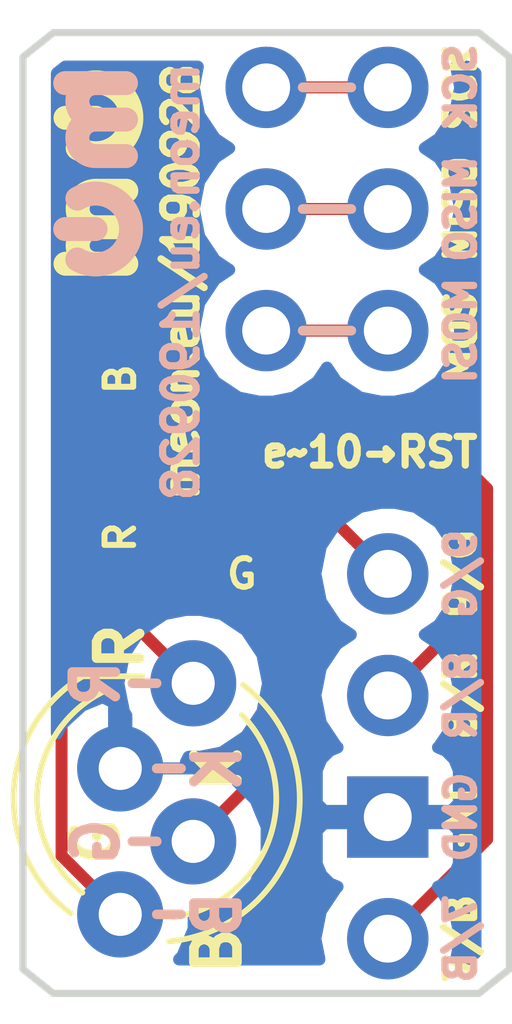
<source format=kicad_pcb>
(kicad_pcb (version 20171130) (host pcbnew 5.0.2+dfsg1-1)

  (general
    (thickness 1.6)
    (drawings 45)
    (tracks 33)
    (zones 0)
    (modules 7)
    (nets 11)
  )

  (page A4)
  (layers
    (0 F.Cu signal)
    (31 B.Cu signal)
    (32 B.Adhes user)
    (33 F.Adhes user)
    (34 B.Paste user)
    (35 F.Paste user)
    (36 B.SilkS user)
    (37 F.SilkS user)
    (38 B.Mask user)
    (39 F.Mask user)
    (40 Dwgs.User user)
    (41 Cmts.User user)
    (42 Eco1.User user)
    (43 Eco2.User user)
    (44 Edge.Cuts user)
    (45 Margin user)
    (46 B.CrtYd user)
    (47 F.CrtYd user)
    (48 B.Fab user)
    (49 F.Fab user hide)
  )

  (setup
    (last_trace_width 0.25)
    (trace_clearance 0.2)
    (zone_clearance 0.508)
    (zone_45_only no)
    (trace_min 0.2)
    (segment_width 0.2)
    (edge_width 0.15)
    (via_size 0.8)
    (via_drill 0.4)
    (via_min_size 0.4)
    (via_min_drill 0.3)
    (uvia_size 0.3)
    (uvia_drill 0.1)
    (uvias_allowed no)
    (uvia_min_size 0.2)
    (uvia_min_drill 0.1)
    (pcb_text_width 0.3)
    (pcb_text_size 1.5 1.5)
    (mod_edge_width 0.15)
    (mod_text_size 1 1)
    (mod_text_width 0.15)
    (pad_size 1.8 1.8)
    (pad_drill 0.9)
    (pad_to_mask_clearance 0.051)
    (solder_mask_min_width 0.25)
    (aux_axis_origin 0 0)
    (visible_elements FFFFFF7F)
    (pcbplotparams
      (layerselection 0x010fc_ffffffff)
      (usegerberextensions false)
      (usegerberattributes false)
      (usegerberadvancedattributes false)
      (creategerberjobfile false)
      (excludeedgelayer true)
      (linewidth 0.100000)
      (plotframeref false)
      (viasonmask false)
      (mode 1)
      (useauxorigin false)
      (hpglpennumber 1)
      (hpglpenspeed 20)
      (hpglpendiameter 15.000000)
      (psnegative false)
      (psa4output false)
      (plotreference true)
      (plotvalue true)
      (plotinvisibletext false)
      (padsonsilk false)
      (subtractmaskfromsilk false)
      (outputformat 1)
      (mirror false)
      (drillshape 1)
      (scaleselection 1)
      (outputdirectory ""))
  )

  (net 0 "")
  (net 1 B)
  (net 2 G)
  (net 3 GND)
  (net 4 R)
  (net 5 D9)
  (net 6 D8)
  (net 7 D7)
  (net 8 SCK-13)
  (net 9 MISO-12)
  (net 10 MOSI-11)

  (net_class Default "This is the default net class."
    (clearance 0.2)
    (trace_width 0.25)
    (via_dia 0.8)
    (via_drill 0.4)
    (uvia_dia 0.3)
    (uvia_drill 0.1)
    (add_net B)
    (add_net D7)
    (add_net D8)
    (add_net D9)
    (add_net G)
    (add_net GND)
    (add_net MISO-12)
    (add_net MOSI-11)
    (add_net R)
    (add_net SCK-13)
  )

  (module Connector_PinSocket_2.54mm:PinSocket_2x03_P2.54mm_Vertical_no_lines (layer F.Cu) (tedit 5D8FD0BD) (tstamp 5DAB70B0)
    (at 134.62 60.96)
    (descr "Through hole straight socket strip, 2x03, 2.54mm pitch, double cols (from Kicad 4.0.7), script generated")
    (tags "Through hole socket strip THT 2x03 2.54mm double row")
    (path /5D90640F)
    (fp_text reference J1 (at -1.27 -2.77) (layer F.SilkS) hide
      (effects (font (size 1 1) (thickness 0.15)))
    )
    (fp_text value Conn_02x03_SPI_RST (at -1.27 7.85) (layer F.Fab)
      (effects (font (size 1 1) (thickness 0.15)))
    )
    (fp_text user %R (at -1.27 2.54 90) (layer F.Fab)
      (effects (font (size 1 1) (thickness 0.15)))
    )
    (fp_line (start -4.34 6.85) (end -4.34 -1.8) (layer F.CrtYd) (width 0.05))
    (fp_line (start 1.76 6.85) (end -4.34 6.85) (layer F.CrtYd) (width 0.05))
    (fp_line (start 1.76 -1.8) (end 1.76 6.85) (layer F.CrtYd) (width 0.05))
    (fp_line (start -4.34 -1.8) (end 1.76 -1.8) (layer F.CrtYd) (width 0.05))
    (fp_line (start -3.81 6.35) (end -3.81 -1.27) (layer F.Fab) (width 0.1))
    (fp_line (start 1.27 6.35) (end -3.81 6.35) (layer F.Fab) (width 0.1))
    (fp_line (start 1.27 -0.27) (end 1.27 6.35) (layer F.Fab) (width 0.1))
    (fp_line (start 0.27 -1.27) (end 1.27 -0.27) (layer F.Fab) (width 0.1))
    (fp_line (start -3.81 -1.27) (end 0.27 -1.27) (layer F.Fab) (width 0.1))
    (pad 6 thru_hole oval (at -2.54 5.08) (size 1.7 1.7) (drill 1) (layers *.Cu *.Mask)
      (net 10 MOSI-11))
    (pad 5 thru_hole oval (at 0 5.08) (size 1.7 1.7) (drill 1) (layers *.Cu *.Mask)
      (net 10 MOSI-11))
    (pad 4 thru_hole oval (at -2.54 2.54) (size 1.7 1.7) (drill 1) (layers *.Cu *.Mask)
      (net 9 MISO-12))
    (pad 3 thru_hole oval (at 0 2.54) (size 1.7 1.7) (drill 1) (layers *.Cu *.Mask)
      (net 9 MISO-12))
    (pad 2 thru_hole oval (at -2.54 0) (size 1.7 1.7) (drill 1) (layers *.Cu *.Mask)
      (net 8 SCK-13))
    (pad 1 thru_hole oval (at 0 0) (size 1.7 1.7) (drill 1) (layers *.Cu *.Mask)
      (net 8 SCK-13))
    (model ${KISYS3DMOD}/Connector_PinSocket_2.54mm.3dshapes/PinSocket_2x03_P2.54mm_Vertical.wrl
      (at (xyz 0 0 0))
      (scale (xyz 1 1 1))
      (rotate (xyz 0 0 0))
    )
  )

  (module Connector_PinSocket_2.54mm:PinSocket_1x04_P2.54mm_Vertical_no_lines (layer F.Cu) (tedit 5D8F7939) (tstamp 5D9CD26F)
    (at 134.62 71.12)
    (descr "Through hole straight socket strip, 1x04, 2.54mm pitch, single row (from Kicad 4.0.7), script generated")
    (tags "Through hole socket strip THT 1x04 2.54mm single row")
    (path /5D8F5F1B)
    (fp_text reference J2 (at -2.286 0) (layer F.SilkS) hide
      (effects (font (size 1 1) (thickness 0.15)))
    )
    (fp_text value Conn_01x04_Prog (at 0 10.39) (layer F.Fab)
      (effects (font (size 1 1) (thickness 0.15)))
    )
    (fp_text user %R (at 0 3.81 90) (layer F.Fab)
      (effects (font (size 1 1) (thickness 0.15)))
    )
    (fp_line (start -1.8 9.4) (end -1.8 -1.8) (layer F.CrtYd) (width 0.05))
    (fp_line (start 1.75 9.4) (end -1.8 9.4) (layer F.CrtYd) (width 0.05))
    (fp_line (start 1.75 -1.8) (end 1.75 9.4) (layer F.CrtYd) (width 0.05))
    (fp_line (start -1.8 -1.8) (end 1.75 -1.8) (layer F.CrtYd) (width 0.05))
    (fp_line (start -1.27 8.89) (end -1.27 -1.27) (layer F.Fab) (width 0.1))
    (fp_line (start 1.27 8.89) (end -1.27 8.89) (layer F.Fab) (width 0.1))
    (fp_line (start 1.27 -0.635) (end 1.27 8.89) (layer F.Fab) (width 0.1))
    (fp_line (start 0.635 -1.27) (end 1.27 -0.635) (layer F.Fab) (width 0.1))
    (fp_line (start -1.27 -1.27) (end 0.635 -1.27) (layer F.Fab) (width 0.1))
    (pad 4 thru_hole oval (at 0 7.62) (size 1.7 1.7) (drill 1) (layers *.Cu *.Mask)
      (net 7 D7))
    (pad 3 thru_hole rect (at 0 5.08) (size 1.7 1.7) (drill 1) (layers *.Cu *.Mask)
      (net 3 GND))
    (pad 2 thru_hole oval (at 0 2.54) (size 1.7 1.7) (drill 1) (layers *.Cu *.Mask)
      (net 6 D8))
    (pad 1 thru_hole oval (at 0 0) (size 1.7 1.7) (drill 1) (layers *.Cu *.Mask)
      (net 5 D9))
    (model ${KISYS3DMOD}/Connector_PinSocket_2.54mm.3dshapes/PinSocket_1x04_P2.54mm_Vertical.wrl
      (at (xyz 0 0 0))
      (scale (xyz 1 1 1))
      (rotate (xyz 0 0 0))
    )
  )

  (module "Resistor_SMD (GitHub):R_0603_1608Metric_no_lines" (layer F.Cu) (tedit 5D8FD0EF) (tstamp 5D9CD668)
    (at 129.032 67.056 90)
    (descr "Resistor SMD 0603 (1608 Metric), square (rectangular) end terminal, IPC_7351 nominal, (Body size source: http://www.tortai-tech.com/upload/download/2011102023233369053.pdf), generated with kicad-footprint-generator")
    (tags resistor)
    (path /5D8FBE96)
    (attr smd)
    (fp_text reference R24 (at 0 -1.43 90) (layer F.SilkS) hide
      (effects (font (size 1 1) (thickness 0.15)))
    )
    (fp_text value B (at 0 0 90) (layer F.SilkS)
      (effects (font (size 0.6 0.6) (thickness 0.125)))
    )
    (fp_line (start -0.8 0.4) (end -0.8 -0.4) (layer F.Fab) (width 0.1))
    (fp_line (start -0.8 -0.4) (end 0.8 -0.4) (layer F.Fab) (width 0.1))
    (fp_line (start 0.8 -0.4) (end 0.8 0.4) (layer F.Fab) (width 0.1))
    (fp_line (start 0.8 0.4) (end -0.8 0.4) (layer F.Fab) (width 0.1))
    (fp_line (start -1.48 0.73) (end -1.48 -0.73) (layer F.CrtYd) (width 0.05))
    (fp_line (start -1.48 -0.73) (end 1.48 -0.73) (layer F.CrtYd) (width 0.05))
    (fp_line (start 1.48 -0.73) (end 1.48 0.73) (layer F.CrtYd) (width 0.05))
    (fp_line (start 1.48 0.73) (end -1.48 0.73) (layer F.CrtYd) (width 0.05))
    (fp_text user %R (at 0 0 90) (layer F.Fab)
      (effects (font (size 0.4 0.4) (thickness 0.06)))
    )
    (pad 1 smd roundrect (at -0.7875 0 90) (size 0.875 0.95) (layers F.Cu F.Paste F.Mask) (roundrect_rratio 0.25)
      (net 1 B))
    (pad 2 smd roundrect (at 0.7875 0 90) (size 0.875 0.95) (layers F.Cu F.Paste F.Mask) (roundrect_rratio 0.25)
      (net 7 D7))
    (model ${KISYS3DMOD}/Resistor_SMD.3dshapes/R_0603_1608Metric.wrl
      (at (xyz 0 0 0))
      (scale (xyz 1 1 1))
      (rotate (xyz 0 0 0))
    )
  )

  (module "Resistor_SMD (GitHub):R_0603_1608Metric_no_lines" (layer F.Cu) (tedit 5D8FD0E9) (tstamp 5D9CD280)
    (at 129.032 70.358 90)
    (descr "Resistor SMD 0603 (1608 Metric), square (rectangular) end terminal, IPC_7351 nominal, (Body size source: http://www.tortai-tech.com/upload/download/2011102023233369053.pdf), generated with kicad-footprint-generator")
    (tags resistor)
    (path /5D8FBD38)
    (attr smd)
    (fp_text reference R21 (at 0 -1.43 90) (layer F.SilkS) hide
      (effects (font (size 1 1) (thickness 0.15)))
    )
    (fp_text value R (at 0 0 90) (layer F.SilkS)
      (effects (font (size 0.6 0.6) (thickness 0.125)))
    )
    (fp_line (start -0.8 0.4) (end -0.8 -0.4) (layer F.Fab) (width 0.1))
    (fp_line (start -0.8 -0.4) (end 0.8 -0.4) (layer F.Fab) (width 0.1))
    (fp_line (start 0.8 -0.4) (end 0.8 0.4) (layer F.Fab) (width 0.1))
    (fp_line (start 0.8 0.4) (end -0.8 0.4) (layer F.Fab) (width 0.1))
    (fp_line (start -1.48 0.73) (end -1.48 -0.73) (layer F.CrtYd) (width 0.05))
    (fp_line (start -1.48 -0.73) (end 1.48 -0.73) (layer F.CrtYd) (width 0.05))
    (fp_line (start 1.48 -0.73) (end 1.48 0.73) (layer F.CrtYd) (width 0.05))
    (fp_line (start 1.48 0.73) (end -1.48 0.73) (layer F.CrtYd) (width 0.05))
    (fp_text user %R (at 0 0 90) (layer F.Fab)
      (effects (font (size 0.4 0.4) (thickness 0.06)))
    )
    (pad 1 smd roundrect (at -0.7875 0 90) (size 0.875 0.95) (layers F.Cu F.Paste F.Mask) (roundrect_rratio 0.25)
      (net 4 R))
    (pad 2 smd roundrect (at 0.7875 0 90) (size 0.875 0.95) (layers F.Cu F.Paste F.Mask) (roundrect_rratio 0.25)
      (net 6 D8))
    (model ${KISYS3DMOD}/Resistor_SMD.3dshapes/R_0603_1608Metric.wrl
      (at (xyz 0 0 0))
      (scale (xyz 1 1 1))
      (rotate (xyz 0 0 0))
    )
  )

  (module "Resistor_SMD (GitHub):R_0603_1608Metric_no_lines" (layer F.Cu) (tedit 5D8FD0E4) (tstamp 5D9CD58A)
    (at 131.572 71.12 180)
    (descr "Resistor SMD 0603 (1608 Metric), square (rectangular) end terminal, IPC_7351 nominal, (Body size source: http://www.tortai-tech.com/upload/download/2011102023233369053.pdf), generated with kicad-footprint-generator")
    (tags resistor)
    (path /5D8FBDC5)
    (attr smd)
    (fp_text reference R23 (at 0 -1.43 180) (layer F.SilkS) hide
      (effects (font (size 1 1) (thickness 0.15)))
    )
    (fp_text value G (at 0 0 180) (layer F.SilkS)
      (effects (font (size 0.6 0.6) (thickness 0.125)))
    )
    (fp_line (start -0.8 0.4) (end -0.8 -0.4) (layer F.Fab) (width 0.1))
    (fp_line (start -0.8 -0.4) (end 0.8 -0.4) (layer F.Fab) (width 0.1))
    (fp_line (start 0.8 -0.4) (end 0.8 0.4) (layer F.Fab) (width 0.1))
    (fp_line (start 0.8 0.4) (end -0.8 0.4) (layer F.Fab) (width 0.1))
    (fp_line (start -1.48 0.73) (end -1.48 -0.73) (layer F.CrtYd) (width 0.05))
    (fp_line (start -1.48 -0.73) (end 1.48 -0.73) (layer F.CrtYd) (width 0.05))
    (fp_line (start 1.48 -0.73) (end 1.48 0.73) (layer F.CrtYd) (width 0.05))
    (fp_line (start 1.48 0.73) (end -1.48 0.73) (layer F.CrtYd) (width 0.05))
    (fp_text user %R (at 0 0 180) (layer F.Fab)
      (effects (font (size 0.4 0.4) (thickness 0.06)))
    )
    (pad 1 smd roundrect (at -0.7875 0 180) (size 0.875 0.95) (layers F.Cu F.Paste F.Mask) (roundrect_rratio 0.25)
      (net 2 G))
    (pad 2 smd roundrect (at 0.7875 0 180) (size 0.875 0.95) (layers F.Cu F.Paste F.Mask) (roundrect_rratio 0.25)
      (net 5 D9))
    (model ${KISYS3DMOD}/Resistor_SMD.3dshapes/R_0603_1608Metric.wrl
      (at (xyz 0 0 0))
      (scale (xyz 1 1 1))
      (rotate (xyz 0 0 0))
    )
  )

  (module LED_THT:LED_D5.0mm-4_RGB_Staggered_Pins (layer F.Cu) (tedit 5D8F6C8A) (tstamp 5D9CD239)
    (at 130.556 73.406 270)
    (descr "LED, diameter 5.0mm, 2 pins, diameter 5.0mm, 3 pins, diameter 5.0mm, 4 pins, http://www.kingbright.com/attachments/file/psearch/000/00/00/L-154A4SUREQBFZGEW(Ver.9A).pdf")
    (tags "LED diameter 5.0mm 2 pins diameter 5.0mm 3 pins diameter 5.0mm 4 pins RGB RGBLED")
    (path /5D8F5FD8)
    (fp_text reference D2 (at 2.413 -3.198 270) (layer F.SilkS) hide
      (effects (font (size 1 1) (thickness 0.15)))
    )
    (fp_text value LED_RCGB (at 2.667 4.722 270) (layer F.Fab)
      (effects (font (size 1 1) (thickness 0.15)))
    )
    (fp_line (start -0.147 1.061188) (end -0.147 2.307) (layer F.SilkS) (width 0.12))
    (fp_line (start -0.087 -0.707694) (end -0.087 2.231694) (layer F.Fab) (width 0.1))
    (fp_circle (center 2.413 0.762) (end 4.913 0.762) (layer F.Fab) (width 0.1))
    (fp_arc (start 2.413 0.762) (end 0.158316 1.842) (angle -116) (layer F.SilkS) (width 0.12))
    (fp_arc (start 2.413 0.762) (end -0.147 2.30683) (angle -112) (layer F.SilkS) (width 0.12))
    (fp_arc (start 2.413 0.762) (end 0.028 -1.038) (angle 138) (layer F.SilkS) (width 0.12))
    (fp_arc (start 2.413 0.762) (end -0.087 -0.707694) (angle 299.1) (layer F.Fab) (width 0.1))
    (fp_arc (start 2.413 0.762) (end 0.660401 -1.015999) (angle 128) (layer F.SilkS) (width 0.12))
    (fp_text user %R (at 2.413 -3.198 270) (layer F.Fab) hide
      (effects (font (size 1 1) (thickness 0.15)))
    )
    (fp_line (start 5.84 -2.49) (end 5.84 4.01) (layer F.CrtYd) (width 0.05))
    (fp_line (start 5.84 4.01) (end -1.02 4.01) (layer F.CrtYd) (width 0.05))
    (fp_line (start -1.02 4.01) (end -1.02 -2.49) (layer F.CrtYd) (width 0.05))
    (fp_line (start -1.02 -2.49) (end 5.83 -2.49) (layer F.CrtYd) (width 0.05))
    (pad 4 thru_hole circle (at 4.826 1.524 270) (size 1.8 1.8) (drill 0.9) (layers *.Cu *.Mask)
      (net 1 B))
    (pad 3 thru_hole circle (at 3.302 0 270) (size 1.8 1.8) (drill 0.9) (layers *.Cu *.Mask)
      (net 2 G))
    (pad 2 thru_hole oval (at 1.778 1.524 270) (size 1.8 1.8) (drill 0.9) (layers *.Cu *.Mask)
      (net 3 GND))
    (pad 1 thru_hole oval (at 0 0 270) (size 1.8 1.8) (drill 0.9) (layers *.Cu *.Mask)
      (net 4 R))
    (model ${KISYS3DMOD}/LED_THT.3dshapes/LED_D5.0mm-4_RGB_Staggered_Pins.wrl
      (at (xyz 0 0 0))
      (scale (xyz 1 1 1))
      (rotate (xyz 0 0 0))
    )
  )

  (module meon:mo-logo-small (layer F.Cu) (tedit 5D22F870) (tstamp 5DA9AA18)
    (at 128.524 62.738 90)
    (fp_text reference REF** (at 0 2.286 90) (layer F.SilkS) hide
      (effects (font (size 1 1) (thickness 0.15)))
    )
    (fp_text value mo-logo-small (at 0 -2.159 90) (layer F.Fab) hide
      (effects (font (size 1 1) (thickness 0.15)))
    )
    (fp_arc (start 0.724298 -0.006762) (end 0.343298 -0.006762) (angle 180) (layer B.SilkS) (width 0.5))
    (fp_arc (start 1.486298 -0.006762) (end 1.105298 -0.006762) (angle 180) (layer B.SilkS) (width 0.5))
    (fp_line (start 1.105298 -0.006762) (end 1.105298 0.628238) (layer B.SilkS) (width 0.5))
    (fp_arc (start -1.180702 -0.006762) (end -0.545702 -0.387762) (angle 241.9275131) (layer B.SilkS) (width 0.5))
    (fp_line (start 1.867298 0.628238) (end 1.867298 -0.641762) (layer B.SilkS) (width 0.5))
    (fp_line (start -1.180702 -0.641762) (end -1.180702 -0.006762) (layer B.SilkS) (width 0.5))
    (fp_line (start 0.343298 -0.006762) (end 0.343298 0.628238) (layer B.SilkS) (width 0.5))
    (fp_line (start 1.143 -0.635) (end 1.143 0) (layer F.SilkS) (width 0.5))
    (fp_arc (start -0.762 0) (end -0.381 0) (angle -180) (layer F.SilkS) (width 0.5))
    (fp_arc (start 1.143 0) (end 0.508 -0.381) (angle -241.9275131) (layer F.SilkS) (width 0.5))
    (fp_arc (start -1.524 0) (end -1.143 0) (angle -180) (layer F.SilkS) (width 0.5))
    (fp_line (start -0.381 0) (end -0.381 0.635) (layer F.SilkS) (width 0.5))
    (fp_line (start -1.143 0) (end -1.143 0.635) (layer F.SilkS) (width 0.5))
    (fp_line (start -1.905 0.635) (end -1.905 -0.635) (layer F.SilkS) (width 0.5))
  )

  (gr_line (start 129.794 78.232) (end 130.302 78.232) (layer B.SilkS) (width 0.2) (tstamp 5DAB7AC3))
  (gr_line (start 129.286 73.406) (end 129.794 73.406) (layer B.SilkS) (width 0.2) (tstamp 5DAB7A96))
  (gr_line (start 129.794 75.184) (end 130.302 75.184) (layer B.SilkS) (width 0.2) (tstamp 5DAB7A4D))
  (gr_line (start 129.794 76.708) (end 129.286 76.708) (layer B.SilkS) (width 0.2) (tstamp 5DAB7A35))
  (gr_line (start 129.794 76.708) (end 129.286 76.708) (layer F.SilkS) (width 0.2))
  (gr_line (start 129.794 75.184) (end 130.302 75.184) (layer F.SilkS) (width 0.2))
  (gr_text e~~10→RST (at 134.239 68.58) (layer F.SilkS) (tstamp 5DAB7639)
    (effects (font (size 0.6 0.6) (thickness 0.15)))
  )
  (gr_text SCK (at 136.144 60.96 90) (layer B.SilkS) (tstamp 5DAB6D38)
    (effects (font (size 0.6 0.6) (thickness 0.15)) (justify mirror))
  )
  (gr_text MISO (at 136.144 63.5 90) (layer B.SilkS) (tstamp 5DAB6D34)
    (effects (font (size 0.6 0.6) (thickness 0.15)) (justify mirror))
  )
  (gr_text MOSI (at 136.144 66.04 90) (layer B.SilkS) (tstamp 5DAB6D30)
    (effects (font (size 0.6 0.6) (thickness 0.15)) (justify mirror))
  )
  (gr_text 9/G (at 136.144 71.12 90) (layer B.SilkS) (tstamp 5DAB6D25)
    (effects (font (size 0.6 0.6) (thickness 0.15)) (justify mirror))
  )
  (gr_text 8/R (at 136.144 73.66 90) (layer B.SilkS) (tstamp 5DAB6D0C)
    (effects (font (size 0.6 0.6) (thickness 0.15)) (justify mirror))
  )
  (gr_text GND (at 136.144 76.2 90) (layer B.SilkS) (tstamp 5DAB6CA9)
    (effects (font (size 0.6 0.6) (thickness 0.15)) (justify mirror))
  )
  (gr_text 7/B (at 136.144 78.74 90) (layer B.SilkS) (tstamp 5DAB6C94)
    (effects (font (size 0.6 0.6) (thickness 0.15)) (justify mirror))
  )
  (gr_line (start 132.842 66.04) (end 133.858 66.04) (layer B.SilkS) (width 0.2) (tstamp 5DAB66D2))
  (gr_line (start 132.842 66.04) (end 133.858 66.04) (layer F.SilkS) (width 0.2) (tstamp 5DAB66D0))
  (gr_line (start 132.842 63.5) (end 133.858 63.5) (layer F.SilkS) (width 0.2) (tstamp 5DAB66CD))
  (gr_line (start 132.842 63.5) (end 133.858 63.5) (layer B.SilkS) (width 0.2) (tstamp 5DAB66CB))
  (gr_line (start 132.842 60.96) (end 133.858 60.96) (layer B.SilkS) (width 0.2) (tstamp 5DAB66C8))
  (gr_line (start 132.842 60.96) (end 133.858 60.96) (layer F.SilkS) (width 0.2))
  (gr_text SCK (at 136.144 60.96 90) (layer F.SilkS) (tstamp 5DA9C7E6)
    (effects (font (size 0.6 0.6) (thickness 0.15)))
  )
  (gr_text MISO (at 136.144 63.5 90) (layer F.SilkS) (tstamp 5DA9C7E3)
    (effects (font (size 0.6 0.6) (thickness 0.15)))
  )
  (gr_text MOSI (at 136.144 66.04 90) (layer F.SilkS) (tstamp 5DA9C7E0)
    (effects (font (size 0.6 0.6) (thickness 0.15)))
  )
  (gr_text 9/G (at 136.144 71.12 90) (layer F.SilkS) (tstamp 5DA9C7DA)
    (effects (font (size 0.6 0.6) (thickness 0.15)))
  )
  (gr_text 8/R (at 136.144 73.66 90) (layer F.SilkS) (tstamp 5DA9C7D7)
    (effects (font (size 0.6 0.6) (thickness 0.15)))
  )
  (gr_text GND (at 136.144 76.2 90) (layer F.SilkS) (tstamp 5DA9C7D4)
    (effects (font (size 0.6 0.6) (thickness 0.15)))
  )
  (gr_text 7/B (at 136.144 78.74 90) (layer F.SilkS) (tstamp 5DA9C7BC)
    (effects (font (size 0.6 0.6) (thickness 0.15)))
  )
  (gr_text B (at 131.064 78.232 90) (layer B.SilkS) (tstamp 5DA9BC1B)
    (effects (font (size 0.9 0.9) (thickness 0.2)) (justify mirror))
  )
  (gr_text K (at 131.064 75.184 90) (layer B.SilkS) (tstamp 5DA9BC1A)
    (effects (font (size 0.9 0.9) (thickness 0.2)) (justify mirror))
  )
  (gr_text G (at 128.524 76.708 90) (layer B.SilkS) (tstamp 5DA9BC19)
    (effects (font (size 0.9 0.9) (thickness 0.2)) (justify mirror))
  )
  (gr_text R (at 128.524 73.406 90) (layer B.SilkS) (tstamp 5DA9BC18)
    (effects (font (size 0.9 0.9) (thickness 0.2)) (justify mirror))
  )
  (gr_text B (at 131.064 78.994 90) (layer F.SilkS) (tstamp 5DA9B100)
    (effects (font (size 0.9 0.9) (thickness 0.2)))
  )
  (gr_text G (at 128.524 76.708 90) (layer F.SilkS) (tstamp 5DA9B0FE)
    (effects (font (size 0.9 0.9) (thickness 0.2)))
  )
  (gr_text K (at 131.064 75.184 90) (layer F.SilkS) (tstamp 5DA9B3A9)
    (effects (font (size 0.9 0.9) (thickness 0.2)))
  )
  (gr_text R (at 129.032 72.644 90) (layer F.SilkS) (tstamp 5DA9B0DD)
    (effects (font (size 0.9 0.9) (thickness 0.2)))
  )
  (gr_text meon.eu/190928 (at 130.302 65.024 90) (layer B.SilkS) (tstamp 5DAB6ABF)
    (effects (font (size 0.7 0.7) (thickness 0.15)) (justify mirror))
  )
  (gr_text meon.eu/190928 (at 130.302 65.024 90) (layer F.SilkS)
    (effects (font (size 0.7 0.7) (thickness 0.15)))
  )
  (gr_line (start 136.525 79.883) (end 137.16 79.375) (layer Edge.Cuts) (width 0.15))
  (gr_line (start 127.635 79.883) (end 127 79.375) (layer Edge.Cuts) (width 0.15))
  (gr_line (start 127.635 59.817) (end 127 60.325) (layer Edge.Cuts) (width 0.15))
  (gr_line (start 137.16 60.325) (end 136.525 59.817) (layer Edge.Cuts) (width 0.15))
  (gr_line (start 127 60.325) (end 127 79.375) (layer Edge.Cuts) (width 0.15) (tstamp 5DAB6AED))
  (gr_line (start 127.635 59.817) (end 136.525 59.817) (layer Edge.Cuts) (width 0.15))
  (gr_line (start 136.525 79.883) (end 127.635 79.883) (layer Edge.Cuts) (width 0.15))
  (gr_line (start 137.16 60.325) (end 137.16 79.375) (layer Edge.Cuts) (width 0.15))

  (segment (start 129.032 78.232) (end 127.806999 77.006999) (width 0.25) (layer F.Cu) (net 1))
  (segment (start 127.806999 77.006999) (end 127.806999 74.168) (width 0.25) (layer F.Cu) (net 1))
  (segment (start 128.23199 68.64351) (end 128.23199 73.743009) (width 0.25) (layer F.Cu) (net 1))
  (segment (start 127.806999 74.168) (end 128.23199 73.743009) (width 0.25) (layer F.Cu) (net 1))
  (segment (start 129.032 67.8435) (end 128.23199 68.64351) (width 0.25) (layer F.Cu) (net 1))
  (segment (start 130.556 76.708) (end 131.8515 75.4125) (width 0.25) (layer F.Cu) (net 2))
  (segment (start 132.3595 74.9045) (end 131.8515 75.4125) (width 0.25) (layer F.Cu) (net 2))
  (segment (start 132.3595 71.12) (end 132.3595 74.9045) (width 0.25) (layer F.Cu) (net 2))
  (segment (start 130.304792 75.184) (end 129.032 75.184) (width 0.25) (layer B.Cu) (net 3))
  (segment (start 131.234 75.184) (end 130.304792 75.184) (width 0.25) (layer B.Cu) (net 3))
  (segment (start 134.62 76.2) (end 132.25 76.2) (width 0.25) (layer B.Cu) (net 3))
  (segment (start 132.25 76.2) (end 131.234 75.184) (width 0.25) (layer B.Cu) (net 3))
  (segment (start 129.032 71.882) (end 129.032 71.1455) (width 0.25) (layer F.Cu) (net 4))
  (segment (start 130.556 73.406) (end 129.032 71.882) (width 0.25) (layer F.Cu) (net 4))
  (segment (start 134.62 71.12) (end 133.770001 70.270001) (width 0.25) (layer F.Cu) (net 5))
  (segment (start 130.7845 71.12) (end 131.8005 70.104) (width 0.25) (layer F.Cu) (net 5))
  (segment (start 133.604 70.104) (end 133.770001 70.270001) (width 0.25) (layer F.Cu) (net 5))
  (segment (start 131.8005 70.104) (end 133.604 70.104) (width 0.25) (layer F.Cu) (net 5))
  (segment (start 136.245011 72.034989) (end 134.62 73.66) (width 0.25) (layer F.Cu) (net 6))
  (segment (start 135.965511 69.5705) (end 136.245011 69.85) (width 0.25) (layer F.Cu) (net 6))
  (segment (start 136.245011 69.85) (end 136.245011 72.034989) (width 0.25) (layer F.Cu) (net 6))
  (segment (start 129.032 69.5705) (end 135.965511 69.5705) (width 0.25) (layer F.Cu) (net 6))
  (segment (start 129.7685 66.2685) (end 129.032 66.2685) (width 0.25) (layer F.Cu) (net 7))
  (segment (start 136.695021 76.664979) (end 136.695021 69.342) (width 0.25) (layer F.Cu) (net 7))
  (segment (start 134.62 78.74) (end 136.695021 76.664979) (width 0.25) (layer F.Cu) (net 7))
  (segment (start 136.695021 69.342) (end 135.933021 68.58) (width 0.25) (layer F.Cu) (net 7))
  (segment (start 135.933021 68.58) (end 130.556 68.58) (width 0.25) (layer F.Cu) (net 7))
  (segment (start 130.302 68.326) (end 130.302 66.802) (width 0.25) (layer F.Cu) (net 7))
  (segment (start 130.302 66.802) (end 129.7685 66.2685) (width 0.25) (layer F.Cu) (net 7))
  (segment (start 130.556 68.58) (end 130.302 68.326) (width 0.25) (layer F.Cu) (net 7))
  (segment (start 132.08 60.96) (end 134.62 60.96) (width 0.25) (layer F.Cu) (net 8))
  (segment (start 132.08 63.5) (end 134.62 63.5) (width 0.25) (layer F.Cu) (net 9))
  (segment (start 132.08 66.04) (end 134.62 66.04) (width 0.25) (layer F.Cu) (net 10))

  (zone (net 3) (net_name GND) (layer B.Cu) (tstamp 0) (hatch edge 0.508)
    (connect_pads (clearance 0.508))
    (min_thickness 0.254)
    (fill yes (arc_segments 16) (thermal_gap 0.508) (thermal_bridge_width 0.508))
    (polygon
      (pts
        (xy 127 59.69) (xy 137.16 59.69) (xy 137.16 80.01) (xy 127 80.01)
      )
    )
    (filled_polygon
      (pts
        (xy 130.565908 60.96) (xy 130.681161 61.539418) (xy 131.009375 62.030625) (xy 131.307761 62.23) (xy 131.009375 62.429375)
        (xy 130.681161 62.920582) (xy 130.565908 63.5) (xy 130.681161 64.079418) (xy 131.009375 64.570625) (xy 131.307761 64.77)
        (xy 131.009375 64.969375) (xy 130.681161 65.460582) (xy 130.565908 66.04) (xy 130.681161 66.619418) (xy 131.009375 67.110625)
        (xy 131.500582 67.438839) (xy 131.933744 67.525) (xy 132.226256 67.525) (xy 132.659418 67.438839) (xy 133.150625 67.110625)
        (xy 133.35 66.812239) (xy 133.549375 67.110625) (xy 134.040582 67.438839) (xy 134.473744 67.525) (xy 134.766256 67.525)
        (xy 135.199418 67.438839) (xy 135.690625 67.110625) (xy 136.018839 66.619418) (xy 136.134092 66.04) (xy 136.018839 65.460582)
        (xy 135.690625 64.969375) (xy 135.392239 64.77) (xy 135.690625 64.570625) (xy 136.018839 64.079418) (xy 136.134092 63.5)
        (xy 136.018839 62.920582) (xy 135.690625 62.429375) (xy 135.392239 62.23) (xy 135.690625 62.030625) (xy 136.018839 61.539418)
        (xy 136.134092 60.96) (xy 136.047963 60.527) (xy 136.275946 60.527) (xy 136.45 60.666243) (xy 136.450001 79.033756)
        (xy 136.275946 79.173) (xy 136.047963 79.173) (xy 136.134092 78.74) (xy 136.018839 78.160582) (xy 135.690625 77.669375)
        (xy 135.668967 77.654904) (xy 135.829698 77.588327) (xy 136.008327 77.409699) (xy 136.105 77.17631) (xy 136.105 76.48575)
        (xy 135.94625 76.327) (xy 134.747 76.327) (xy 134.747 76.347) (xy 134.493 76.347) (xy 134.493 76.327)
        (xy 133.29375 76.327) (xy 133.135 76.48575) (xy 133.135 77.17631) (xy 133.231673 77.409699) (xy 133.410302 77.588327)
        (xy 133.571033 77.654904) (xy 133.549375 77.669375) (xy 133.221161 78.160582) (xy 133.105908 78.74) (xy 133.192037 79.173)
        (xy 130.261817 79.173) (xy 130.33331 79.101507) (xy 130.567 78.53733) (xy 130.567 78.243) (xy 130.86133 78.243)
        (xy 131.425507 78.00931) (xy 131.85731 77.577507) (xy 132.091 77.01333) (xy 132.091 76.40267) (xy 131.85731 75.838493)
        (xy 131.425507 75.40669) (xy 130.86133 75.173) (xy 130.567 75.173) (xy 130.567 75.056998) (xy 130.402998 75.056998)
        (xy 130.461572 74.941) (xy 130.707182 74.941) (xy 131.154927 74.851938) (xy 131.662673 74.512673) (xy 132.001938 74.004927)
        (xy 132.121072 73.406) (xy 132.001938 72.807073) (xy 131.662673 72.299327) (xy 131.154927 71.960062) (xy 130.707182 71.871)
        (xy 130.404818 71.871) (xy 129.957073 71.960062) (xy 129.449327 72.299327) (xy 129.110062 72.807073) (xy 128.990928 73.406)
        (xy 129.110062 74.004927) (xy 129.159 74.078168) (xy 129.159 75.057) (xy 129.179 75.057) (xy 129.179 75.311)
        (xy 129.159 75.311) (xy 129.159 75.331) (xy 128.905 75.331) (xy 128.905 75.311) (xy 128.885 75.311)
        (xy 128.885 75.057) (xy 128.905 75.057) (xy 128.905 73.813622) (xy 128.66726 73.692964) (xy 128.235583 73.87176)
        (xy 127.794034 74.276424) (xy 127.71 74.456669) (xy 127.71 71.12) (xy 133.105908 71.12) (xy 133.221161 71.699418)
        (xy 133.549375 72.190625) (xy 133.847761 72.39) (xy 133.549375 72.589375) (xy 133.221161 73.080582) (xy 133.105908 73.66)
        (xy 133.221161 74.239418) (xy 133.549375 74.730625) (xy 133.571033 74.745096) (xy 133.410302 74.811673) (xy 133.231673 74.990301)
        (xy 133.135 75.22369) (xy 133.135 75.91425) (xy 133.29375 76.073) (xy 134.493 76.073) (xy 134.493 76.053)
        (xy 134.747 76.053) (xy 134.747 76.073) (xy 135.94625 76.073) (xy 136.105 75.91425) (xy 136.105 75.22369)
        (xy 136.008327 74.990301) (xy 135.829698 74.811673) (xy 135.668967 74.745096) (xy 135.690625 74.730625) (xy 136.018839 74.239418)
        (xy 136.134092 73.66) (xy 136.018839 73.080582) (xy 135.690625 72.589375) (xy 135.392239 72.39) (xy 135.690625 72.190625)
        (xy 136.018839 71.699418) (xy 136.134092 71.12) (xy 136.018839 70.540582) (xy 135.690625 70.049375) (xy 135.199418 69.721161)
        (xy 134.766256 69.635) (xy 134.473744 69.635) (xy 134.040582 69.721161) (xy 133.549375 70.049375) (xy 133.221161 70.540582)
        (xy 133.105908 71.12) (xy 127.71 71.12) (xy 127.71 60.666243) (xy 127.884054 60.527) (xy 130.652037 60.527)
      )
    )
  )
)

</source>
